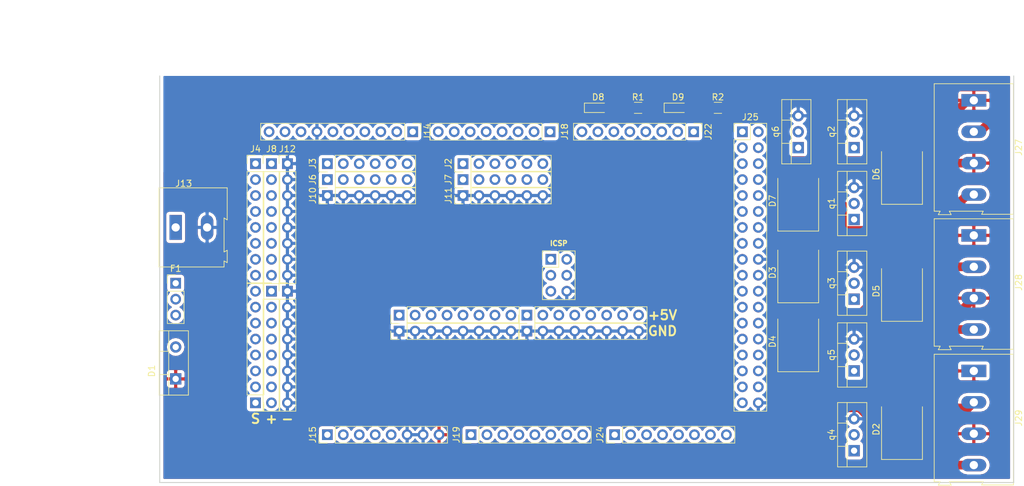
<source format=kicad_pcb>
(kicad_pcb (version 4) (host pcbnew 4.0.7)
  (layers (0 F.Cu signal) (31 B.Cu signal) (34 B.Paste user) (35 F.Paste user) (36 B.SilkS user) (37 F.SilkS user) (38 B.Mask user) (39 F.Mask user) (44 Edge.Cuts user))
  (net 0 "")
  (net 1 /Analog_1)
  (net 2 /Analog_2)
  (net 3 /Analog_3)
  (net 4 /Analog_4)
  (net 5 /Analog_5)
  (net 6 /Analog_6)
  (net 7 /Analog_7)
  (net 8 /Analog_8)
  (net 9 +5V)
  (net 10 "Net-(J8-Pad3)")
  (net 11 GND)
  (net 12 "Net-(J15-Pad1)")
  (net 13 "Net-(J22-Pad3)")
  (net 14 "Net-(J22-Pad4)")
  (net 15 "Net-(J22-Pad5)")
  (net 16 "Net-(J22-Pad6)")
  (net 17 "Net-(J22-Pad7)")
  (net 18 "Net-(J22-Pad8)")
  (net 19 /MISO)
  (net 20 /Vcc)
  (net 21 /SCK)
  (net 22 /MOSI)
  (net 23 /Reset)
  (net 24 "Net-(J25-Pad2)")
  (net 25 "Net-(J25-Pad3)")
  (net 26 "Net-(J25-Pad4)")
  (net 27 "Net-(J25-Pad5)")
  (net 28 "Net-(J25-Pad6)")
  (net 29 "Net-(J25-Pad7)")
  (net 30 "Net-(J25-Pad8)")
  (net 31 "Net-(J25-Pad9)")
  (net 32 "Net-(J25-Pad10)")
  (net 33 "Net-(J25-Pad11)")
  (net 34 "Net-(J25-Pad12)")
  (net 35 "Net-(J25-Pad13)")
  (net 36 "Net-(J25-Pad14)")
  (net 37 "Net-(J25-Pad15)")
  (net 38 "Net-(J25-Pad16)")
  (net 39 "Net-(J25-Pad17)")
  (net 40 /Ctrl_1)
  (net 41 /Ctrl_2)
  (net 42 /Ctrl_3)
  (net 43 /Ctrl_4)
  (net 44 /Ctrl_5)
  (net 45 /Ctrl_6)
  (net 46 "Net-(J25-Pad26)")
  (net 47 "Net-(J25-Pad27)")
  (net 48 "Net-(J25-Pad28)")
  (net 49 "Net-(J25-Pad29)")
  (net 50 "Net-(J25-Pad30)")
  (net 51 "Net-(J25-Pad31)")
  (net 52 "Net-(J25-Pad32)")
  (net 53 "Net-(J25-Pad33)")
  (net 54 "Net-(J25-Pad34)")
  (net 55 "Net-(J25-Pad35)")
  (net 56 +12V)
  (net 57 /Drain_5)
  (net 58 /Drain_6)
  (net 59 /Drain_3)
  (net 60 /Drain_4)
  (net 61 /Drain_1)
  (net 62 /Drain_2)
  (net 63 /Encoder_1)
  (net 64 /Encoder_2)
  (net 65 /Encoder_3)
  (net 66 /Encoder_4)
  (net 67 /Encoder_5)
  (net 68 /Encoder_6)
  (net 69 /Servo_1)
  (net 70 /Servo_2)
  (net 71 /Servo_3)
  (net 72 /Servo_4)
  (net 73 /Servo_5)
  (net 74 /Servo_6)
  (net 75 /Analog_16)
  (net 76 /Analog_15)
  (net 77 /Analog_14)
  (net 78 /Analog_13)
  (net 79 /Analog_12)
  (net 80 /Analog_11)
  (net 81 /Analog_10)
  (net 82 /Analog_9)
  (net 83 /SCL)
  (net 84 /IOREF)
  (net 85 +3V3)
  (net 86 /TX)
  (net 87 /RX)
  (net 88 /SDA)
  (net 89 /AREF)
  (net 90 "Net-(D1-Pad2)")
  (net 91 "Net-(F1-Pad1)")
  (net 92 "Net-(D8-Pad1)")
  (net 93 "Net-(D9-Pad1)")
  (module Diodes_SMD:D_SMC (layer F.Cu) (at 229.87 77.88 90)
    (fp_text reference D6 (at 0 -4.1 90) (layer F.SilkS))
    (fp_text value D_Schottky)
    (pad 1 smd rect (at -3.4 0 180) (size 3.3 2.5) (layers F.Cu F.Paste F.Mask) (net 56 +12V))
    (pad 2 smd rect (at 3.4 0 180) (size 3.3 2.5) (layers F.Cu F.Paste F.Mask) (net 57 /Drain_5))
  )
  (module Pin_Headers:Pin_Header_Straight_1x08_Pitch2.54mm (layer F.Cu) (at 170.18 102.87 90)
    (fp_text reference J21 hide)
    (fp_text value "1x8 Female")
    (pad 1 thru_hole rect (at 0 0 90) (size 1.7 1.7) (drill 1) (layers *.Cu *.Mask) (net 11 GND))
    (pad 2 thru_hole oval (at 0 2.54 90) (size 1.7 1.7) (drill 1) (layers *.Cu *.Mask) (net 11 GND))
    (pad 3 thru_hole oval (at 0 5.08 90) (size 1.7 1.7) (drill 1) (layers *.Cu *.Mask) (net 11 GND))
    (pad 4 thru_hole oval (at 0 7.62 90) (size 1.7 1.7) (drill 1) (layers *.Cu *.Mask) (net 11 GND))
    (pad 5 thru_hole oval (at 0 10.16 90) (size 1.7 1.7) (drill 1) (layers *.Cu *.Mask) (net 11 GND))
    (pad 6 thru_hole oval (at 0 12.7 90) (size 1.7 1.7) (drill 1) (layers *.Cu *.Mask) (net 11 GND))
    (pad 7 thru_hole oval (at 0 15.24 90) (size 1.7 1.7) (drill 1) (layers *.Cu *.Mask) (net 11 GND))
    (pad 8 thru_hole oval (at 0 17.78 90) (size 1.7 1.7) (drill 1) (layers *.Cu *.Mask) (net 11 GND))
  )
  (module Pin_Headers:Pin_Header_Straight_1x08_Pitch2.54mm (layer F.Cu) (at 127 114.3 180)
    (fp_text reference J1 hide)
    (fp_text value Analog_signal_male)
    (pad 1 thru_hole rect (at 0 0 180) (size 1.7 1.7) (drill 1) (layers *.Cu *.Mask) (net 1 /Analog_1))
    (pad 2 thru_hole oval (at 0 2.54 180) (size 1.7 1.7) (drill 1) (layers *.Cu *.Mask) (net 2 /Analog_2))
    (pad 3 thru_hole oval (at 0 5.08 180) (size 1.7 1.7) (drill 1) (layers *.Cu *.Mask) (net 3 /Analog_3))
    (pad 4 thru_hole oval (at 0 7.62 180) (size 1.7 1.7) (drill 1) (layers *.Cu *.Mask) (net 4 /Analog_4))
    (pad 5 thru_hole oval (at 0 10.16 180) (size 1.7 1.7) (drill 1) (layers *.Cu *.Mask) (net 5 /Analog_5))
    (pad 6 thru_hole oval (at 0 12.7 180) (size 1.7 1.7) (drill 1) (layers *.Cu *.Mask) (net 6 /Analog_6))
    (pad 7 thru_hole oval (at 0 15.24 180) (size 1.7 1.7) (drill 1) (layers *.Cu *.Mask) (net 7 /Analog_7))
    (pad 8 thru_hole oval (at 0 17.78 180) (size 1.7 1.7) (drill 1) (layers *.Cu *.Mask) (net 8 /Analog_8))
  )
  (module Pin_Headers:Pin_Header_Straight_1x06_Pitch2.54mm (layer F.Cu) (at 160.02 76.2 90)
    (fp_text reference J2 (at 0 -2.33 90) (layer F.SilkS))
    (fp_text value Encoder_signal)
    (pad 1 thru_hole rect (at 0 0 90) (size 1.7 1.7) (drill 1) (layers *.Cu *.Mask) (net 63 /Encoder_1))
    (pad 2 thru_hole oval (at 0 2.54 90) (size 1.7 1.7) (drill 1) (layers *.Cu *.Mask) (net 64 /Encoder_2))
    (pad 3 thru_hole oval (at 0 5.08 90) (size 1.7 1.7) (drill 1) (layers *.Cu *.Mask) (net 65 /Encoder_3))
    (pad 4 thru_hole oval (at 0 7.62 90) (size 1.7 1.7) (drill 1) (layers *.Cu *.Mask) (net 66 /Encoder_4))
    (pad 5 thru_hole oval (at 0 10.16 90) (size 1.7 1.7) (drill 1) (layers *.Cu *.Mask) (net 67 /Encoder_5))
    (pad 6 thru_hole oval (at 0 12.7 90) (size 1.7 1.7) (drill 1) (layers *.Cu *.Mask) (net 68 /Encoder_6))
  )
  (module Pin_Headers:Pin_Header_Straight_1x06_Pitch2.54mm (layer F.Cu) (at 138.43 76.2 90)
    (fp_text reference J3 (at 0 -2.33 90) (layer F.SilkS))
    (fp_text value Servo_signal)
    (pad 1 thru_hole rect (at 0 0 90) (size 1.7 1.7) (drill 1) (layers *.Cu *.Mask) (net 69 /Servo_1))
    (pad 2 thru_hole oval (at 0 2.54 90) (size 1.7 1.7) (drill 1) (layers *.Cu *.Mask) (net 70 /Servo_2))
    (pad 3 thru_hole oval (at 0 5.08 90) (size 1.7 1.7) (drill 1) (layers *.Cu *.Mask) (net 71 /Servo_3))
    (pad 4 thru_hole oval (at 0 7.62 90) (size 1.7 1.7) (drill 1) (layers *.Cu *.Mask) (net 72 /Servo_4))
    (pad 5 thru_hole oval (at 0 10.16 90) (size 1.7 1.7) (drill 1) (layers *.Cu *.Mask) (net 73 /Servo_5))
    (pad 6 thru_hole oval (at 0 12.7 90) (size 1.7 1.7) (drill 1) (layers *.Cu *.Mask) (net 74 /Servo_6))
  )
  (module Pin_Headers:Pin_Header_Straight_1x08_Pitch2.54mm (layer F.Cu) (at 127 76.2)
    (fp_text reference J4 (at 0 -2.33) (layer F.SilkS))
    (fp_text value Analog_signal_female)
    (pad 1 thru_hole rect (at 0 0) (size 1.7 1.7) (drill 1) (layers *.Cu *.Mask) (net 75 /Analog_16))
    (pad 2 thru_hole oval (at 0 2.54) (size 1.7 1.7) (drill 1) (layers *.Cu *.Mask) (net 76 /Analog_15))
    (pad 3 thru_hole oval (at 0 5.08) (size 1.7 1.7) (drill 1) (layers *.Cu *.Mask) (net 77 /Analog_14))
    (pad 4 thru_hole oval (at 0 7.62) (size 1.7 1.7) (drill 1) (layers *.Cu *.Mask) (net 78 /Analog_13))
    (pad 5 thru_hole oval (at 0 10.16) (size 1.7 1.7) (drill 1) (layers *.Cu *.Mask) (net 79 /Analog_12))
    (pad 6 thru_hole oval (at 0 12.7) (size 1.7 1.7) (drill 1) (layers *.Cu *.Mask) (net 80 /Analog_11))
    (pad 7 thru_hole oval (at 0 15.24) (size 1.7 1.7) (drill 1) (layers *.Cu *.Mask) (net 81 /Analog_10))
    (pad 8 thru_hole oval (at 0 17.78) (size 1.7 1.7) (drill 1) (layers *.Cu *.Mask) (net 82 /Analog_9))
  )
  (module Pin_Headers:Pin_Header_Straight_1x08_Pitch2.54mm (layer F.Cu) (at 129.54 96.52)
    (fp_text reference J5 hide)
    (fp_text value Analog_signal_power)
    (pad 1 thru_hole rect (at 0 0) (size 1.7 1.7) (drill 1) (layers *.Cu *.Mask) (net 9 +5V))
    (pad 2 thru_hole oval (at 0 2.54) (size 1.7 1.7) (drill 1) (layers *.Cu *.Mask) (net 9 +5V))
    (pad 3 thru_hole oval (at 0 5.08) (size 1.7 1.7) (drill 1) (layers *.Cu *.Mask) (net 9 +5V))
    (pad 4 thru_hole oval (at 0 7.62) (size 1.7 1.7) (drill 1) (layers *.Cu *.Mask) (net 9 +5V))
    (pad 5 thru_hole oval (at 0 10.16) (size 1.7 1.7) (drill 1) (layers *.Cu *.Mask) (net 9 +5V))
    (pad 6 thru_hole oval (at 0 12.7) (size 1.7 1.7) (drill 1) (layers *.Cu *.Mask) (net 9 +5V))
    (pad 7 thru_hole oval (at 0 15.24) (size 1.7 1.7) (drill 1) (layers *.Cu *.Mask) (net 9 +5V))
    (pad 8 thru_hole oval (at 0 17.78) (size 1.7 1.7) (drill 1) (layers *.Cu *.Mask) (net 9 +5V))
  )
  (module Pin_Headers:Pin_Header_Straight_1x06_Pitch2.54mm (layer F.Cu) (at 138.43 78.74 90)
    (fp_text reference J6 (at 0 -2.33 90) (layer F.SilkS))
    (fp_text value Servo_Power)
    (pad 1 thru_hole rect (at 0 0 90) (size 1.7 1.7) (drill 1) (layers *.Cu *.Mask) (net 9 +5V))
    (pad 2 thru_hole oval (at 0 2.54 90) (size 1.7 1.7) (drill 1) (layers *.Cu *.Mask) (net 9 +5V))
    (pad 3 thru_hole oval (at 0 5.08 90) (size 1.7 1.7) (drill 1) (layers *.Cu *.Mask) (net 9 +5V))
    (pad 4 thru_hole oval (at 0 7.62 90) (size 1.7 1.7) (drill 1) (layers *.Cu *.Mask) (net 9 +5V))
    (pad 5 thru_hole oval (at 0 10.16 90) (size 1.7 1.7) (drill 1) (layers *.Cu *.Mask) (net 9 +5V))
    (pad 6 thru_hole oval (at 0 12.7 90) (size 1.7 1.7) (drill 1) (layers *.Cu *.Mask) (net 9 +5V))
  )
  (module Pin_Headers:Pin_Header_Straight_1x06_Pitch2.54mm (layer F.Cu) (at 160.02 78.74 90)
    (fp_text reference J7 (at 0 -2.33 90) (layer F.SilkS))
    (fp_text value Encoder_Power)
    (pad 1 thru_hole rect (at 0 0 90) (size 1.7 1.7) (drill 1) (layers *.Cu *.Mask) (net 9 +5V))
    (pad 2 thru_hole oval (at 0 2.54 90) (size 1.7 1.7) (drill 1) (layers *.Cu *.Mask) (net 9 +5V))
    (pad 3 thru_hole oval (at 0 5.08 90) (size 1.7 1.7) (drill 1) (layers *.Cu *.Mask) (net 9 +5V))
    (pad 4 thru_hole oval (at 0 7.62 90) (size 1.7 1.7) (drill 1) (layers *.Cu *.Mask) (net 9 +5V))
    (pad 5 thru_hole oval (at 0 10.16 90) (size 1.7 1.7) (drill 1) (layers *.Cu *.Mask) (net 9 +5V))
    (pad 6 thru_hole oval (at 0 12.7 90) (size 1.7 1.7) (drill 1) (layers *.Cu *.Mask) (net 9 +5V))
  )
  (module Pin_Headers:Pin_Header_Straight_1x08_Pitch2.54mm (layer F.Cu) (at 129.54 76.2)
    (fp_text reference J8 (at 0 -2.33) (layer F.SilkS))
    (fp_text value Analog_Power_female)
    (pad 1 thru_hole rect (at 0 0) (size 1.7 1.7) (drill 1) (layers *.Cu *.Mask) (net 9 +5V))
    (pad 2 thru_hole oval (at 0 2.54) (size 1.7 1.7) (drill 1) (layers *.Cu *.Mask) (net 9 +5V))
    (pad 3 thru_hole oval (at 0 5.08) (size 1.7 1.7) (drill 1) (layers *.Cu *.Mask) (net 10 "Net-(J8-Pad3)"))
    (pad 4 thru_hole oval (at 0 7.62) (size 1.7 1.7) (drill 1) (layers *.Cu *.Mask) (net 9 +5V))
    (pad 5 thru_hole oval (at 0 10.16) (size 1.7 1.7) (drill 1) (layers *.Cu *.Mask) (net 9 +5V))
    (pad 6 thru_hole oval (at 0 12.7) (size 1.7 1.7) (drill 1) (layers *.Cu *.Mask) (net 9 +5V))
    (pad 7 thru_hole oval (at 0 15.24) (size 1.7 1.7) (drill 1) (layers *.Cu *.Mask) (net 9 +5V))
    (pad 8 thru_hole oval (at 0 17.78) (size 1.7 1.7) (drill 1) (layers *.Cu *.Mask) (net 9 +5V))
  )
  (module Pin_Headers:Pin_Header_Straight_1x08_Pitch2.54mm (layer F.Cu) (at 132.08 96.52)
    (fp_text reference J9 hide)
    (fp_text value Ground)
    (pad 1 thru_hole rect (at 0 0) (size 1.7 1.7) (drill 1) (layers *.Cu *.Mask) (net 11 GND))
    (pad 2 thru_hole oval (at 0 2.54) (size 1.7 1.7) (drill 1) (layers *.Cu *.Mask) (net 11 GND))
    (pad 3 thru_hole oval (at 0 5.08) (size 1.7 1.7) (drill 1) (layers *.Cu *.Mask) (net 11 GND))
    (pad 4 thru_hole oval (at 0 7.62) (size 1.7 1.7) (drill 1) (layers *.Cu *.Mask) (net 11 GND))
    (pad 5 thru_hole oval (at 0 10.16) (size 1.7 1.7) (drill 1) (layers *.Cu *.Mask) (net 11 GND))
    (pad 6 thru_hole oval (at 0 12.7) (size 1.7 1.7) (drill 1) (layers *.Cu *.Mask) (net 11 GND))
    (pad 7 thru_hole oval (at 0 15.24) (size 1.7 1.7) (drill 1) (layers *.Cu *.Mask) (net 11 GND))
    (pad 8 thru_hole oval (at 0 17.78) (size 1.7 1.7) (drill 1) (layers *.Cu *.Mask) (net 11 GND))
  )
  (module Pin_Headers:Pin_Header_Straight_1x06_Pitch2.54mm (layer F.Cu) (at 138.43 81.28 90)
    (fp_text reference J10 (at 0 -2.33 90) (layer F.SilkS))
    (fp_text value Ground)
    (pad 1 thru_hole rect (at 0 0 90) (size 1.7 1.7) (drill 1) (layers *.Cu *.Mask) (net 11 GND))
    (pad 2 thru_hole oval (at 0 2.54 90) (size 1.7 1.7) (drill 1) (layers *.Cu *.Mask) (net 11 GND))
    (pad 3 thru_hole oval (at 0 5.08 90) (size 1.7 1.7) (drill 1) (layers *.Cu *.Mask) (net 11 GND))
    (pad 4 thru_hole oval (at 0 7.62 90) (size 1.7 1.7) (drill 1) (layers *.Cu *.Mask) (net 11 GND))
    (pad 5 thru_hole oval (at 0 10.16 90) (size 1.7 1.7) (drill 1) (layers *.Cu *.Mask) (net 11 GND))
    (pad 6 thru_hole oval (at 0 12.7 90) (size 1.7 1.7) (drill 1) (layers *.Cu *.Mask) (net 11 GND))
  )
  (module Pin_Headers:Pin_Header_Straight_1x06_Pitch2.54mm (layer F.Cu) (at 160.02 81.28 90)
    (fp_text reference J11 (at 0 -2.33 90) (layer F.SilkS))
    (fp_text value Ground)
    (pad 1 thru_hole rect (at 0 0 90) (size 1.7 1.7) (drill 1) (layers *.Cu *.Mask) (net 11 GND))
    (pad 2 thru_hole oval (at 0 2.54 90) (size 1.7 1.7) (drill 1) (layers *.Cu *.Mask) (net 11 GND))
    (pad 3 thru_hole oval (at 0 5.08 90) (size 1.7 1.7) (drill 1) (layers *.Cu *.Mask) (net 11 GND))
    (pad 4 thru_hole oval (at 0 7.62 90) (size 1.7 1.7) (drill 1) (layers *.Cu *.Mask) (net 11 GND))
    (pad 5 thru_hole oval (at 0 10.16 90) (size 1.7 1.7) (drill 1) (layers *.Cu *.Mask) (net 11 GND))
    (pad 6 thru_hole oval (at 0 12.7 90) (size 1.7 1.7) (drill 1) (layers *.Cu *.Mask) (net 11 GND))
  )
  (module Pin_Headers:Pin_Header_Straight_1x08_Pitch2.54mm (layer F.Cu) (at 132.08 76.2)
    (fp_text reference J12 (at 0 -2.33) (layer F.SilkS))
    (fp_text value Ground)
    (pad 1 thru_hole rect (at 0 0) (size 1.7 1.7) (drill 1) (layers *.Cu *.Mask) (net 11 GND))
    (pad 2 thru_hole oval (at 0 2.54) (size 1.7 1.7) (drill 1) (layers *.Cu *.Mask) (net 11 GND))
    (pad 3 thru_hole oval (at 0 5.08) (size 1.7 1.7) (drill 1) (layers *.Cu *.Mask) (net 11 GND))
    (pad 4 thru_hole oval (at 0 7.62) (size 1.7 1.7) (drill 1) (layers *.Cu *.Mask) (net 11 GND))
    (pad 5 thru_hole oval (at 0 10.16) (size 1.7 1.7) (drill 1) (layers *.Cu *.Mask) (net 11 GND))
    (pad 6 thru_hole oval (at 0 12.7) (size 1.7 1.7) (drill 1) (layers *.Cu *.Mask) (net 11 GND))
    (pad 7 thru_hole oval (at 0 15.24) (size 1.7 1.7) (drill 1) (layers *.Cu *.Mask) (net 11 GND))
    (pad 8 thru_hole oval (at 0 17.78) (size 1.7 1.7) (drill 1) (layers *.Cu *.Mask) (net 11 GND))
  )
  (module Pin_Headers:Pin_Header_Straight_1x08_Pitch2.54mm (layer F.Cu) (at 138.43 119.38 90)
    (fp_text reference J15 (at 0 -2.33 90) (layer F.SilkS))
    (fp_text value "On Board Supply")
    (pad 1 thru_hole rect (at 0 0 90) (size 1.7 1.7) (drill 1) (layers *.Cu *.Mask) (net 12 "Net-(J15-Pad1)"))
    (pad 2 thru_hole oval (at 0 2.54 90) (size 1.7 1.7) (drill 1) (layers *.Cu *.Mask) (net 84 /IOREF))
    (pad 3 thru_hole oval (at 0 5.08 90) (size 1.7 1.7) (drill 1) (layers *.Cu *.Mask) (net 23 /Reset))
    (pad 4 thru_hole oval (at 0 7.62 90) (size 1.7 1.7) (drill 1) (layers *.Cu *.Mask) (net 85 +3V3))
    (pad 5 thru_hole oval (at 0 10.16 90) (size 1.7 1.7) (drill 1) (layers *.Cu *.Mask) (net 9 +5V))
    (pad 6 thru_hole oval (at 0 12.7 90) (size 1.7 1.7) (drill 1) (layers *.Cu *.Mask) (net 11 GND))
    (pad 7 thru_hole oval (at 0 15.24 90) (size 1.7 1.7) (drill 1) (layers *.Cu *.Mask) (net 11 GND))
    (pad 8 thru_hole oval (at 0 17.78 90) (size 1.7 1.7) (drill 1) (layers *.Cu *.Mask) (net 56 +12V))
  )
  (module Pin_Headers:Pin_Header_Straight_1x08_Pitch2.54mm (layer F.Cu) (at 149.86 102.87 90)
    (fp_text reference J16 hide)
    (fp_text value "1x8 Male")
    (pad 1 thru_hole rect (at 0 0 90) (size 1.7 1.7) (drill 1) (layers *.Cu *.Mask) (net 11 GND))
    (pad 2 thru_hole oval (at 0 2.54 90) (size 1.7 1.7) (drill 1) (layers *.Cu *.Mask) (net 11 GND))
    (pad 3 thru_hole oval (at 0 5.08 90) (size 1.7 1.7) (drill 1) (layers *.Cu *.Mask) (net 11 GND))
    (pad 4 thru_hole oval (at 0 7.62 90) (size 1.7 1.7) (drill 1) (layers *.Cu *.Mask) (net 11 GND))
    (pad 5 thru_hole oval (at 0 10.16 90) (size 1.7 1.7) (drill 1) (layers *.Cu *.Mask) (net 11 GND))
    (pad 6 thru_hole oval (at 0 12.7 90) (size 1.7 1.7) (drill 1) (layers *.Cu *.Mask) (net 11 GND))
    (pad 7 thru_hole oval (at 0 15.24 90) (size 1.7 1.7) (drill 1) (layers *.Cu *.Mask) (net 11 GND))
    (pad 8 thru_hole oval (at 0 17.78 90) (size 1.7 1.7) (drill 1) (layers *.Cu *.Mask) (net 11 GND))
  )
  (module Pin_Headers:Pin_Header_Straight_1x08_Pitch2.54mm (layer F.Cu) (at 149.86 100.33 90)
    (fp_text reference J17 hide)
    (fp_text value "1x8 Male")
    (pad 1 thru_hole rect (at 0 0 90) (size 1.7 1.7) (drill 1) (layers *.Cu *.Mask) (net 9 +5V))
    (pad 2 thru_hole oval (at 0 2.54 90) (size 1.7 1.7) (drill 1) (layers *.Cu *.Mask) (net 9 +5V))
    (pad 3 thru_hole oval (at 0 5.08 90) (size 1.7 1.7) (drill 1) (layers *.Cu *.Mask) (net 9 +5V))
    (pad 4 thru_hole oval (at 0 7.62 90) (size 1.7 1.7) (drill 1) (layers *.Cu *.Mask) (net 9 +5V))
    (pad 5 thru_hole oval (at 0 10.16 90) (size 1.7 1.7) (drill 1) (layers *.Cu *.Mask) (net 9 +5V))
    (pad 6 thru_hole oval (at 0 12.7 90) (size 1.7 1.7) (drill 1) (layers *.Cu *.Mask) (net 9 +5V))
    (pad 7 thru_hole oval (at 0 15.24 90) (size 1.7 1.7) (drill 1) (layers *.Cu *.Mask) (net 9 +5V))
    (pad 8 thru_hole oval (at 0 17.78 90) (size 1.7 1.7) (drill 1) (layers *.Cu *.Mask) (net 9 +5V))
  )
  (module Pin_Headers:Pin_Header_Straight_1x08_Pitch2.54mm (layer F.Cu) (at 173.863 71.12 270)
    (fp_text reference J18 (at 0 -2.33 270) (layer F.SilkS))
    (fp_text value "PWM_(6-1)")
    (pad 1 thru_hole rect (at 0 0 270) (size 1.7 1.7) (drill 1) (layers *.Cu *.Mask) (net 86 /TX))
    (pad 2 thru_hole oval (at 0 2.54 270) (size 1.7 1.7) (drill 1) (layers *.Cu *.Mask) (net 87 /RX))
    (pad 3 thru_hole oval (at 0 5.08 270) (size 1.7 1.7) (drill 1) (layers *.Cu *.Mask) (net 68 /Encoder_6))
    (pad 4 thru_hole oval (at 0 7.62 270) (size 1.7 1.7) (drill 1) (layers *.Cu *.Mask) (net 67 /Encoder_5))
    (pad 5 thru_hole oval (at 0 10.16 270) (size 1.7 1.7) (drill 1) (layers *.Cu *.Mask) (net 66 /Encoder_4))
    (pad 6 thru_hole oval (at 0 12.7 270) (size 1.7 1.7) (drill 1) (layers *.Cu *.Mask) (net 65 /Encoder_3))
    (pad 7 thru_hole oval (at 0 15.24 270) (size 1.7 1.7) (drill 1) (layers *.Cu *.Mask) (net 64 /Encoder_2))
    (pad 8 thru_hole oval (at 0 17.78 270) (size 1.7 1.7) (drill 1) (layers *.Cu *.Mask) (net 63 /Encoder_1))
  )
  (module Pin_Headers:Pin_Header_Straight_1x08_Pitch2.54mm (layer F.Cu) (at 161.29 119.38 90)
    (fp_text reference J19 (at 0 -2.33 90) (layer F.SilkS))
    (fp_text value Analog_Pin_1)
    (pad 1 thru_hole rect (at 0 0 90) (size 1.7 1.7) (drill 1) (layers *.Cu *.Mask) (net 1 /Analog_1))
    (pad 2 thru_hole oval (at 0 2.54 90) (size 1.7 1.7) (drill 1) (layers *.Cu *.Mask) (net 2 /Analog_2))
    (pad 3 thru_hole oval (at 0 5.08 90) (size 1.7 1.7) (drill 1) (layers *.Cu *.Mask) (net 3 /Analog_3))
    (pad 4 thru_hole oval (at 0 7.62 90) (size 1.7 1.7) (drill 1) (layers *.Cu *.Mask) (net 4 /Analog_4))
    (pad 5 thru_hole oval (at 0 10.16 90) (size 1.7 1.7) (drill 1) (layers *.Cu *.Mask) (net 5 /Analog_5))
    (pad 6 thru_hole oval (at 0 12.7 90) (size 1.7 1.7) (drill 1) (layers *.Cu *.Mask) (net 6 /Analog_6))
    (pad 7 thru_hole oval (at 0 15.24 90) (size 1.7 1.7) (drill 1) (layers *.Cu *.Mask) (net 7 /Analog_7))
    (pad 8 thru_hole oval (at 0 17.78 90) (size 1.7 1.7) (drill 1) (layers *.Cu *.Mask) (net 8 /Analog_8))
  )
  (module Pin_Headers:Pin_Header_Straight_1x08_Pitch2.54mm (layer F.Cu) (at 170.18 100.33 90)
    (fp_text reference J20 hide)
    (fp_text value "1x8 Female")
    (pad 1 thru_hole rect (at 0 0 90) (size 1.7 1.7) (drill 1) (layers *.Cu *.Mask) (net 9 +5V))
    (pad 2 thru_hole oval (at 0 2.54 90) (size 1.7 1.7) (drill 1) (layers *.Cu *.Mask) (net 9 +5V))
    (pad 3 thru_hole oval (at 0 5.08 90) (size 1.7 1.7) (drill 1) (layers *.Cu *.Mask) (net 9 +5V))
    (pad 4 thru_hole oval (at 0 7.62 90) (size 1.7 1.7) (drill 1) (layers *.Cu *.Mask) (net 9 +5V))
    (pad 5 thru_hole oval (at 0 10.16 90) (size 1.7 1.7) (drill 1) (layers *.Cu *.Mask) (net 9 +5V))
    (pad 6 thru_hole oval (at 0 12.7 90) (size 1.7 1.7) (drill 1) (layers *.Cu *.Mask) (net 9 +5V))
    (pad 7 thru_hole oval (at 0 15.24 90) (size 1.7 1.7) (drill 1) (layers *.Cu *.Mask) (net 9 +5V))
    (pad 8 thru_hole oval (at 0 17.78 90) (size 1.7 1.7) (drill 1) (layers *.Cu *.Mask) (net 9 +5V))
  )
  (module Pin_Headers:Pin_Header_Straight_1x08_Pitch2.54mm (layer F.Cu) (at 196.723 71.12 270)
    (fp_text reference J22 (at 0 -2.33 270) (layer F.SilkS))
    (fp_text value Serial)
    (pad 1 thru_hole rect (at 0 0 270) (size 1.7 1.7) (drill 1) (layers *.Cu *.Mask) (net 88 /SDA))
    (pad 2 thru_hole oval (at 0 2.54 270) (size 1.7 1.7) (drill 1) (layers *.Cu *.Mask) (net 83 /SCL))
    (pad 3 thru_hole oval (at 0 5.08 270) (size 1.7 1.7) (drill 1) (layers *.Cu *.Mask) (net 13 "Net-(J22-Pad3)"))
    (pad 4 thru_hole oval (at 0 7.62 270) (size 1.7 1.7) (drill 1) (layers *.Cu *.Mask) (net 14 "Net-(J22-Pad4)"))
    (pad 5 thru_hole oval (at 0 10.16 270) (size 1.7 1.7) (drill 1) (layers *.Cu *.Mask) (net 15 "Net-(J22-Pad5)"))
    (pad 6 thru_hole oval (at 0 12.7 270) (size 1.7 1.7) (drill 1) (layers *.Cu *.Mask) (net 16 "Net-(J22-Pad6)"))
    (pad 7 thru_hole oval (at 0 15.24 270) (size 1.7 1.7) (drill 1) (layers *.Cu *.Mask) (net 17 "Net-(J22-Pad7)"))
    (pad 8 thru_hole oval (at 0 17.78 270) (size 1.7 1.7) (drill 1) (layers *.Cu *.Mask) (net 18 "Net-(J22-Pad8)"))
  )
  (module Pin_Headers:Pin_Header_Straight_2x03_Pitch2.54mm (layer F.Cu) (at 173.99 91.44)
    (fp_text reference J23 hide)
    (fp_text value ICSP)
    (pad 1 thru_hole rect (at 0 0) (size 1.7 1.7) (drill 1) (layers *.Cu *.Mask) (net 19 /MISO))
    (pad 2 thru_hole oval (at 2.54 0) (size 1.7 1.7) (drill 1) (layers *.Cu *.Mask) (net 20 /Vcc))
    (pad 3 thru_hole oval (at 0 2.54) (size 1.7 1.7) (drill 1) (layers *.Cu *.Mask) (net 21 /SCK))
    (pad 4 thru_hole oval (at 2.54 2.54) (size 1.7 1.7) (drill 1) (layers *.Cu *.Mask) (net 22 /MOSI))
    (pad 5 thru_hole oval (at 0 5.08) (size 1.7 1.7) (drill 1) (layers *.Cu *.Mask) (net 23 /Reset))
    (pad 6 thru_hole oval (at 2.54 5.08) (size 1.7 1.7) (drill 1) (layers *.Cu *.Mask) (net 11 GND))
  )
  (module Pin_Headers:Pin_Header_Straight_1x08_Pitch2.54mm (layer F.Cu) (at 184.15 119.38 90)
    (fp_text reference J24 (at 0 -2.33 90) (layer F.SilkS))
    (fp_text value Analog_Pin_2)
    (pad 1 thru_hole rect (at 0 0 90) (size 1.7 1.7) (drill 1) (layers *.Cu *.Mask) (net 82 /Analog_9))
    (pad 2 thru_hole oval (at 0 2.54 90) (size 1.7 1.7) (drill 1) (layers *.Cu *.Mask) (net 81 /Analog_10))
    (pad 3 thru_hole oval (at 0 5.08 90) (size 1.7 1.7) (drill 1) (layers *.Cu *.Mask) (net 80 /Analog_11))
    (pad 4 thru_hole oval (at 0 7.62 90) (size 1.7 1.7) (drill 1) (layers *.Cu *.Mask) (net 79 /Analog_12))
    (pad 5 thru_hole oval (at 0 10.16 90) (size 1.7 1.7) (drill 1) (layers *.Cu *.Mask) (net 78 /Analog_13))
    (pad 6 thru_hole oval (at 0 12.7 90) (size 1.7 1.7) (drill 1) (layers *.Cu *.Mask) (net 77 /Analog_14))
    (pad 7 thru_hole oval (at 0 15.24 90) (size 1.7 1.7) (drill 1) (layers *.Cu *.Mask) (net 76 /Analog_15))
    (pad 8 thru_hole oval (at 0 17.78 90) (size 1.7 1.7) (drill 1) (layers *.Cu *.Mask) (net 75 /Analog_16))
  )
  (module Pin_Headers:Pin_Header_Straight_2x18_Pitch2.54mm (layer F.Cu) (at 204.47 71.12)
    (fp_text reference J25 (at 1.27 -2.33) (layer F.SilkS))
    (fp_text value Digital_Pins)
    (pad 1 thru_hole rect (at 0 0) (size 1.7 1.7) (drill 1) (layers *.Cu *.Mask) (net 9 +5V))
    (pad 2 thru_hole oval (at 2.54 0) (size 1.7 1.7) (drill 1) (layers *.Cu *.Mask) (net 24 "Net-(J25-Pad2)"))
    (pad 3 thru_hole oval (at 0 2.54) (size 1.7 1.7) (drill 1) (layers *.Cu *.Mask) (net 25 "Net-(J25-Pad3)"))
    (pad 4 thru_hole oval (at 2.54 2.54) (size 1.7 1.7) (drill 1) (layers *.Cu *.Mask) (net 26 "Net-(J25-Pad4)"))
    (pad 5 thru_hole oval (at 0 5.08) (size 1.7 1.7) (drill 1) (layers *.Cu *.Mask) (net 27 "Net-(J25-Pad5)"))
    (pad 6 thru_hole oval (at 2.54 5.08) (size 1.7 1.7) (drill 1) (layers *.Cu *.Mask) (net 28 "Net-(J25-Pad6)"))
    (pad 7 thru_hole oval (at 0 7.62) (size 1.7 1.7) (drill 1) (layers *.Cu *.Mask) (net 29 "Net-(J25-Pad7)"))
    (pad 8 thru_hole oval (at 2.54 7.62) (size 1.7 1.7) (drill 1) (layers *.Cu *.Mask) (net 30 "Net-(J25-Pad8)"))
    (pad 9 thru_hole oval (at 0 10.16) (size 1.7 1.7) (drill 1) (layers *.Cu *.Mask) (net 31 "Net-(J25-Pad9)"))
    (pad 10 thru_hole oval (at 2.54 10.16) (size 1.7 1.7) (drill 1) (layers *.Cu *.Mask) (net 32 "Net-(J25-Pad10)"))
    (pad 11 thru_hole oval (at 0 12.7) (size 1.7 1.7) (drill 1) (layers *.Cu *.Mask) (net 33 "Net-(J25-Pad11)"))
    (pad 12 thru_hole oval (at 2.54 12.7) (size 1.7 1.7) (drill 1) (layers *.Cu *.Mask) (net 34 "Net-(J25-Pad12)"))
    (pad 13 thru_hole oval (at 0 15.24) (size 1.7 1.7) (drill 1) (layers *.Cu *.Mask) (net 35 "Net-(J25-Pad13)"))
    (pad 14 thru_hole oval (at 2.54 15.24) (size 1.7 1.7) (drill 1) (layers *.Cu *.Mask) (net 36 "Net-(J25-Pad14)"))
    (pad 15 thru_hole oval (at 0 17.78) (size 1.7 1.7) (drill 1) (layers *.Cu *.Mask) (net 37 "Net-(J25-Pad15)"))
    (pad 16 thru_hole oval (at 2.54 17.78) (size 1.7 1.7) (drill 1) (layers *.Cu *.Mask) (net 38 "Net-(J25-Pad16)"))
    (pad 17 thru_hole oval (at 0 20.32) (size 1.7 1.7) (drill 1) (layers *.Cu *.Mask) (net 39 "Net-(J25-Pad17)"))
    (pad 18 thru_hole oval (at 2.54 20.32) (size 1.7 1.7) (drill 1) (layers *.Cu *.Mask) (net 11 GND))
    (pad 19 thru_hole oval (at 0 22.86) (size 1.7 1.7) (drill 1) (layers *.Cu *.Mask) (net 9 +5V))
    (pad 20 thru_hole oval (at 2.54 22.86) (size 1.7 1.7) (drill 1) (layers *.Cu *.Mask) (net 40 /Ctrl_1))
    (pad 21 thru_hole oval (at 0 25.4) (size 1.7 1.7) (drill 1) (layers *.Cu *.Mask) (net 41 /Ctrl_2))
    (pad 22 thru_hole oval (at 2.54 25.4) (size 1.7 1.7) (drill 1) (layers *.Cu *.Mask) (net 42 /Ctrl_3))
    (pad 23 thru_hole oval (at 0 27.94) (size 1.7 1.7) (drill 1) (layers *.Cu *.Mask) (net 43 /Ctrl_4))
    (pad 24 thru_hole oval (at 2.54 27.94) (size 1.7 1.7) (drill 1) (layers *.Cu *.Mask) (net 44 /Ctrl_5))
    (pad 25 thru_hole oval (at 0 30.48) (size 1.7 1.7) (drill 1) (layers *.Cu *.Mask) (net 45 /Ctrl_6))
    (pad 26 thru_hole oval (at 2.54 30.48) (size 1.7 1.7) (drill 1) (layers *.Cu *.Mask) (net 46 "Net-(J25-Pad26)"))
    (pad 27 thru_hole oval (at 0 33.02) (size 1.7 1.7) (drill 1) (layers *.Cu *.Mask) (net 47 "Net-(J25-Pad27)"))
    (pad 28 thru_hole oval (at 2.54 33.02) (size 1.7 1.7) (drill 1) (layers *.Cu *.Mask) (net 48 "Net-(J25-Pad28)"))
    (pad 29 thru_hole oval (at 0 35.56) (size 1.7 1.7) (drill 1) (layers *.Cu *.Mask) (net 49 "Net-(J25-Pad29)"))
    (pad 30 thru_hole oval (at 2.54 35.56) (size 1.7 1.7) (drill 1) (layers *.Cu *.Mask) (net 50 "Net-(J25-Pad30)"))
    (pad 31 thru_hole oval (at 0 38.1) (size 1.7 1.7) (drill 1) (layers *.Cu *.Mask) (net 51 "Net-(J25-Pad31)"))
    (pad 32 thru_hole oval (at 2.54 38.1) (size 1.7 1.7) (drill 1) (layers *.Cu *.Mask) (net 52 "Net-(J25-Pad32)"))
    (pad 33 thru_hole oval (at 0 40.64) (size 1.7 1.7) (drill 1) (layers *.Cu *.Mask) (net 53 "Net-(J25-Pad33)"))
    (pad 34 thru_hole oval (at 2.54 40.64) (size 1.7 1.7) (drill 1) (layers *.Cu *.Mask) (net 54 "Net-(J25-Pad34)"))
    (pad 35 thru_hole oval (at 0 43.18) (size 1.7 1.7) (drill 1) (layers *.Cu *.Mask) (net 55 "Net-(J25-Pad35)"))
    (pad 36 thru_hole oval (at 2.54 43.18) (size 1.7 1.7) (drill 1) (layers *.Cu *.Mask) (net 11 GND))
  )
  (module Connectors_Terminal_Blocks:TerminalBlock_Altech_AK300-4_P5.00mm (layer F.Cu) (at 241.3 66.12 270)
    (fp_text reference J27 (at 7.5 -7.15 270) (layer F.SilkS))
    (fp_text value Solenoid_terminal)
    (pad 1 thru_hole rect (at 0 0 270) (size 1.98 3.96) (drill 1.32) (layers *.Cu *.Mask) (net 56 +12V))
    (pad 2 thru_hole oval (at 5 0 270) (size 1.98 3.96) (drill 1.32) (layers *.Cu *.Mask) (net 57 /Drain_5))
    (pad 4 thru_hole oval (at 15 0 270) (size 1.98 3.96) (drill 1.32) (layers *.Cu *.Mask) (net 58 /Drain_6))
    (pad 3 thru_hole oval (at 10 0 270) (size 1.98 3.96) (drill 1.32) (layers *.Cu *.Mask) (net 56 +12V))
  )
  (module Connectors_Terminal_Blocks:TerminalBlock_Altech_AK300-4_P5.00mm (layer F.Cu) (at 241.3 87.63 270)
    (fp_text reference J28 (at 7.5 -7.15 270) (layer F.SilkS))
    (fp_text value Solendoid_middle_terminal)
    (pad 1 thru_hole rect (at 0 0 270) (size 1.98 3.96) (drill 1.32) (layers *.Cu *.Mask) (net 56 +12V))
    (pad 2 thru_hole oval (at 5 0 270) (size 1.98 3.96) (drill 1.32) (layers *.Cu *.Mask) (net 59 /Drain_3))
    (pad 4 thru_hole oval (at 15 0 270) (size 1.98 3.96) (drill 1.32) (layers *.Cu *.Mask) (net 60 /Drain_4))
    (pad 3 thru_hole oval (at 10 0 270) (size 1.98 3.96) (drill 1.32) (layers *.Cu *.Mask) (net 56 +12V))
  )
  (module Connectors_Terminal_Blocks:TerminalBlock_Altech_AK300-4_P5.00mm (layer F.Cu) (at 241.3 109.22 270)
    (fp_text reference J29 (at 7.5 -7.15 270) (layer F.SilkS))
    (fp_text value bottom_solenoid_terminal)
    (pad 1 thru_hole rect (at 0 0 270) (size 1.98 3.96) (drill 1.32) (layers *.Cu *.Mask) (net 56 +12V))
    (pad 2 thru_hole oval (at 5 0 270) (size 1.98 3.96) (drill 1.32) (layers *.Cu *.Mask) (net 61 /Drain_1))
    (pad 4 thru_hole oval (at 15 0 270) (size 1.98 3.96) (drill 1.32) (layers *.Cu *.Mask) (net 62 /Drain_2))
    (pad 3 thru_hole oval (at 10 0 270) (size 1.98 3.96) (drill 1.32) (layers *.Cu *.Mask) (net 56 +12V))
  )
  (module TO_SOT_Packages_THT:TO-220-3_Vertical (layer F.Cu) (at 222.25 85.09 90)
    (fp_text reference q1 (at 2.54 -3.62 90) (layer F.SilkS))
    (fp_text value solenoid_1)
    (pad 1 thru_hole rect (at 0 0 90) (size 1.8 1.8) (drill 1) (layers *.Cu *.Mask) (net 61 /Drain_1))
    (pad 2 thru_hole oval (at 2.54 0 90) (size 1.8 1.8) (drill 1) (layers *.Cu *.Mask) (net 40 /Ctrl_1))
    (pad 3 thru_hole oval (at 5.08 0 90) (size 1.8 1.8) (drill 1) (layers *.Cu *.Mask) (net 11 GND))
  )
  (module TO_SOT_Packages_THT:TO-220-3_Vertical (layer F.Cu) (at 222.25 73.66 90)
    (fp_text reference q2 (at 2.54 -3.62 90) (layer F.SilkS))
    (fp_text value solenoid_4)
    (pad 1 thru_hole rect (at 0 0 90) (size 1.8 1.8) (drill 1) (layers *.Cu *.Mask) (net 60 /Drain_4))
    (pad 2 thru_hole oval (at 2.54 0 90) (size 1.8 1.8) (drill 1) (layers *.Cu *.Mask) (net 43 /Ctrl_4))
    (pad 3 thru_hole oval (at 5.08 0 90) (size 1.8 1.8) (drill 1) (layers *.Cu *.Mask) (net 11 GND))
  )
  (module TO_SOT_Packages_THT:TO-220-3_Vertical (layer F.Cu) (at 222.25 97.79 90)
    (fp_text reference q3 (at 2.54 -3.62 90) (layer F.SilkS))
    (fp_text value solenoid_3)
    (pad 1 thru_hole rect (at 0 0 90) (size 1.8 1.8) (drill 1) (layers *.Cu *.Mask) (net 62 /Drain_2))
    (pad 2 thru_hole oval (at 2.54 0 90) (size 1.8 1.8) (drill 1) (layers *.Cu *.Mask) (net 41 /Ctrl_2))
    (pad 3 thru_hole oval (at 5.08 0 90) (size 1.8 1.8) (drill 1) (layers *.Cu *.Mask) (net 11 GND))
  )
  (module TO_SOT_Packages_THT:TO-220-3_Vertical (layer F.Cu) (at 222.25 121.92 90)
    (fp_text reference q4 (at 2.54 -3.62 90) (layer F.SilkS))
    (fp_text value solenoid_5)
    (pad 1 thru_hole rect (at 0 0 90) (size 1.8 1.8) (drill 1) (layers *.Cu *.Mask) (net 57 /Drain_5))
    (pad 2 thru_hole oval (at 2.54 0 90) (size 1.8 1.8) (drill 1) (layers *.Cu *.Mask) (net 44 /Ctrl_5))
    (pad 3 thru_hole oval (at 5.08 0 90) (size 1.8 1.8) (drill 1) (layers *.Cu *.Mask) (net 11 GND))
  )
  (module TO_SOT_Packages_THT:TO-220-3_Vertical (layer F.Cu) (at 222.25 109.22 90)
    (fp_text reference q5 (at 2.54 -3.62 90) (layer F.SilkS))
    (fp_text value solenoid_3)
    (pad 1 thru_hole rect (at 0 0 90) (size 1.8 1.8) (drill 1) (layers *.Cu *.Mask) (net 59 /Drain_3))
    (pad 2 thru_hole oval (at 2.54 0 90) (size 1.8 1.8) (drill 1) (layers *.Cu *.Mask) (net 42 /Ctrl_3))
    (pad 3 thru_hole oval (at 5.08 0 90) (size 1.8 1.8) (drill 1) (layers *.Cu *.Mask) (net 11 GND))
  )
  (module TO_SOT_Packages_THT:TO-220-3_Vertical (layer F.Cu) (at 213.36 73.66 90)
    (fp_text reference q6 (at 2.54 -3.62 90) (layer F.SilkS))
    (fp_text value solenoid_6)
    (pad 1 thru_hole rect (at 0 0 90) (size 1.8 1.8) (drill 1) (layers *.Cu *.Mask) (net 58 /Drain_6))
    (pad 2 thru_hole oval (at 2.54 0 90) (size 1.8 1.8) (drill 1) (layers *.Cu *.Mask) (net 45 /Ctrl_6))
    (pad 3 thru_hole oval (at 5.08 0 90) (size 1.8 1.8) (drill 1) (layers *.Cu *.Mask) (net 11 GND))
  )
  (module Pin_Headers:Pin_Header_Straight_1x10_Pitch2.54mm (layer F.Cu) (at 152.019 71.12 270)
    (fp_text reference J14 (at 0 -2.33 270) (layer F.SilkS))
    (fp_text value "PWN(10-5)")
    (pad 1 thru_hole rect (at 0 0 270) (size 1.7 1.7) (drill 1) (layers *.Cu *.Mask) (net 74 /Servo_6))
    (pad 2 thru_hole oval (at 0 2.54 270) (size 1.7 1.7) (drill 1) (layers *.Cu *.Mask) (net 73 /Servo_5))
    (pad 3 thru_hole oval (at 0 5.08 270) (size 1.7 1.7) (drill 1) (layers *.Cu *.Mask) (net 72 /Servo_4))
    (pad 4 thru_hole oval (at 0 7.62 270) (size 1.7 1.7) (drill 1) (layers *.Cu *.Mask) (net 71 /Servo_3))
    (pad 5 thru_hole oval (at 0 10.16 270) (size 1.7 1.7) (drill 1) (layers *.Cu *.Mask) (net 70 /Servo_2))
    (pad 6 thru_hole oval (at 0 12.7 270) (size 1.7 1.7) (drill 1) (layers *.Cu *.Mask) (net 69 /Servo_1))
    (pad 7 thru_hole oval (at 0 15.24 270) (size 1.7 1.7) (drill 1) (layers *.Cu *.Mask) (net 11 GND))
    (pad 8 thru_hole oval (at 0 17.78 270) (size 1.7 1.7) (drill 1) (layers *.Cu *.Mask) (net 83 /SCL))
    (pad 9 thru_hole oval (at 0 20.32 270) (size 1.7 1.7) (drill 1) (layers *.Cu *.Mask) (net 88 /SDA))
    (pad 10 thru_hole oval (at 0 22.86 270) (size 1.7 1.7) (drill 1) (layers *.Cu *.Mask) (net 89 /AREF))
  )
  (module TO_SOT_Packages_THT:TO-220-2_Vertical (layer F.Cu) (at 114.3 110.49 90)
    (fp_text reference D1 (at 1.27 -3.81 90) (layer F.SilkS))
    (fp_text value D_Schottky)
    (pad 1 thru_hole rect (at 0 0 90) (size 1.8 1.8) (drill 1) (layers *.Cu *.Mask) (net 56 +12V))
    (pad 2 thru_hole oval (at 5.08 0 90) (size 1.8 1.8) (drill 1) (layers *.Cu *.Mask) (net 90 "Net-(D1-Pad2)"))
  )
  (module Diodes_SMD:D_SMC (layer F.Cu) (at 229.87 118.52 90)
    (fp_text reference D2 (at 0 -4.1 90) (layer F.SilkS))
    (fp_text value D_Schottky)
    (pad 1 smd rect (at -3.4 0 180) (size 3.3 2.5) (layers F.Cu F.Paste F.Mask) (net 56 +12V))
    (pad 2 smd rect (at 3.4 0 180) (size 3.3 2.5) (layers F.Cu F.Paste F.Mask) (net 61 /Drain_1))
  )
  (module Diodes_SMD:D_SMC (layer F.Cu) (at 213.36 93.57 90)
    (fp_text reference D3 (at 0 -4.1 90) (layer F.SilkS))
    (fp_text value D_Schottky)
    (pad 1 smd rect (at -3.4 0 180) (size 3.3 2.5) (layers F.Cu F.Paste F.Mask) (net 56 +12V))
    (pad 2 smd rect (at 3.4 0 180) (size 3.3 2.5) (layers F.Cu F.Paste F.Mask) (net 62 /Drain_2))
  )
  (module Diodes_SMD:D_SMC (layer F.Cu) (at 213.36 104.55 90)
    (fp_text reference D4 (at 0 -4.1 90) (layer F.SilkS))
    (fp_text value D_Schottky)
    (pad 1 smd rect (at -3.4 0 180) (size 3.3 2.5) (layers F.Cu F.Paste F.Mask) (net 56 +12V))
    (pad 2 smd rect (at 3.4 0 180) (size 3.3 2.5) (layers F.Cu F.Paste F.Mask) (net 59 /Drain_3))
  )
  (module Diodes_SMD:D_SMC (layer F.Cu) (at 229.87 96.52 90)
    (fp_text reference D5 (at 0 -4.1 90) (layer F.SilkS))
    (fp_text value D_Schottky)
    (pad 1 smd rect (at -3.4 0 180) (size 3.3 2.5) (layers F.Cu F.Paste F.Mask) (net 56 +12V))
    (pad 2 smd rect (at 3.4 0 180) (size 3.3 2.5) (layers F.Cu F.Paste F.Mask) (net 60 /Drain_4))
  )
  (module Diodes_SMD:D_SMC (layer F.Cu) (at 213.36 82.14 90)
    (fp_text reference D7 (at 0 -4.1 90) (layer F.SilkS))
    (fp_text value D_Schottky)
    (pad 1 smd rect (at -3.4 0 180) (size 3.3 2.5) (layers F.Cu F.Paste F.Mask) (net 56 +12V))
    (pad 2 smd rect (at 3.4 0 180) (size 3.3 2.5) (layers F.Cu F.Paste F.Mask) (net 58 /Drain_6))
  )
  (module Pin_Headers:Pin_Header_Straight_1x03_Pitch2.54mm (layer F.Cu) (at 114.3 95.25)
    (fp_text reference F1 (at 0 -2.33) (layer F.SilkS))
    (fp_text value Fuse)
    (pad 1 thru_hole rect (at 0 0) (size 1.7 1.7) (drill 1) (layers *.Cu *.Mask) (net 91 "Net-(F1-Pad1)"))
    (pad 2 thru_hole oval (at 0 2.54) (size 1.7 1.7) (drill 1) (layers *.Cu *.Mask) (net 90 "Net-(D1-Pad2)"))
    (pad 3 thru_hole oval (at 0 5.08) (size 1.7 1.7) (drill 1) (layers *.Cu *.Mask))
  )
  (module TerminalBlock:TerminalBlock_Altech_AK300-2_P5.00mm (layer F.Cu) (at 114.3 86.36)
    (fp_text reference J13 (at 1.27 -6.99) (layer F.SilkS))
    (fp_text value 12V_terminal)
    (pad 1 thru_hole rect (at 0 0) (size 1.98 3.96) (drill 1.32) (layers *.Cu *.Mask) (net 91 "Net-(F1-Pad1)"))
    (pad 2 thru_hole oval (at 5 0) (size 1.98 3.96) (drill 1.32) (layers *.Cu *.Mask) (net 11 GND))
  )
  (module LEDs:LED_0805_HandSoldering (layer F.Cu) (at 181.53 67.31)
    (fp_text reference D8 (at 0 -1.7) (layer F.SilkS))
    (fp_text value TX)
    (pad 1 smd rect (at -1.35 0) (size 1.5 1.3) (layers F.Cu F.Paste F.Mask) (net 92 "Net-(D8-Pad1)"))
    (pad 2 smd rect (at 1.35 0) (size 1.5 1.3) (layers F.Cu F.Paste F.Mask) (net 9 +5V))
  )
  (module LEDs:LED_0805_HandSoldering (layer F.Cu) (at 194.23 67.31)
    (fp_text reference D9 (at 0 -1.7) (layer F.SilkS))
    (fp_text value RX)
    (pad 1 smd rect (at -1.35 0) (size 1.5 1.3) (layers F.Cu F.Paste F.Mask) (net 93 "Net-(D9-Pad1)"))
    (pad 2 smd rect (at 1.35 0) (size 1.5 1.3) (layers F.Cu F.Paste F.Mask) (net 9 +5V))
  )
  (module Resistors_SMD:R_0805_HandSoldering (layer F.Cu) (at 187.88 67.31)
    (fp_text reference R1 (at 0 -1.7) (layer F.SilkS))
    (fp_text value R)
    (pad 1 smd rect (at -1.35 0) (size 1.5 1.3) (layers F.Cu F.Paste F.Mask) (net 92 "Net-(D8-Pad1)"))
    (pad 2 smd rect (at 1.35 0) (size 1.5 1.3) (layers F.Cu F.Paste F.Mask) (net 86 /TX))
  )
  (module Resistors_SMD:R_0805_HandSoldering (layer F.Cu) (at 200.58 67.31)
    (fp_text reference R2 (at 0 -1.7) (layer F.SilkS))
    (fp_text value R)
    (pad 1 smd rect (at -1.35 0) (size 1.5 1.3) (layers F.Cu F.Paste F.Mask) (net 93 "Net-(D9-Pad1)"))
    (pad 2 smd rect (at 1.35 0) (size 1.5 1.3) (layers F.Cu F.Paste F.Mask) (net 87 /RX))
  )
  (gr_text ICSP (at 175.26 88.9) (layer F.SilkS) (effects (font (size 0.8 0.8) (thickness 0.2))))
  (gr_text GND (at 191.77 102.87) (layer F.SilkS) (effects (font (size 1.5 1.5) (thickness 0.3))))
  (gr_text +5V (at 191.77 100.33) (layer F.SilkS) (effects (font (size 1.5 1.5) (thickness 0.3))))
  (gr_text S (at 127 116.84) (layer F.SilkS) (effects (font (size 1.5 1.5) (thickness 0.3))))
  (gr_text - (at 132.08 116.84) (layer F.SilkS) (effects (font (size 1.5 1.5) (thickness 0.3))))
  (gr_text + (at 129.54 116.84) (layer F.SilkS) (effects (font (size 1.5 1.5) (thickness 0.3))))
  (gr_line (start 247.65 127) (end 247.65 62.23) (angle 90) (layer Edge.Cuts) (width 0.15))
  (gr_line (start 111.76 127) (end 247.65 127) (angle 90) (layer Edge.Cuts) (width 0.15))
  (gr_line (start 111.76 62.23) (end 111.76 127) (angle 90) (layer Edge.Cuts) (width 0.15))
  (segment (start 229.87 99.92) (end 239.01 99.92) (width 1.38176) (layer F.Cu) (net 56))
  (segment (start 239.01 99.92) (end 241.3 97.63) (width 1.38176) (layer F.Cu) (net 56))
  (segment (start 213.36 85.54) (end 212.96 85.54) (width 1.38176) (layer F.Cu) (net 56))
  (segment (start 212.96 85.54) (end 210.561919 83.141919) (width 1.38176) (layer F.Cu) (net 56))
  (segment (start 210.561919 83.141919) (end 210.561919 76.687697) (width 1.38176) (layer F.Cu) (net 56))
  (segment (start 210.561919 76.687697) (end 211.541535 75.708081) (width 1.38176) (layer F.Cu) (net 56))
  (segment (start 211.541535 75.708081) (end 223.898081 75.708081) (width 1.38176) (layer F.Cu) (net 56))
  (segment (start 223.898081 75.708081) (end 225.068081 76.878081) (width 1.38176) (layer F.Cu) (net 56))
  (segment (start 225.068081 76.878081) (end 237.180159 76.878081) (width 1.38176) (layer F.Cu) (net 56))
  (segment (start 237.180159 76.878081) (end 237.93824 76.12) (width 1.38176) (layer F.Cu) (net 56))
  (segment (start 237.93824 76.12) (end 241.3 76.12) (width 1.38176) (layer F.Cu) (net 56))
  (segment (start 229.87 81.28) (end 230.27 81.28) (width 1.38176) (layer F.Cu) (net 56))
  (segment (start 230.27 81.28) (end 237.93824 73.61176) (width 1.38176) (layer F.Cu) (net 56))
  (segment (start 237.93824 73.61176) (end 237.93824 68.49176) (width 1.38176) (layer F.Cu) (net 56))
  (segment (start 237.93824 68.49176) (end 240.31 66.12) (width 1.38176) (layer F.Cu) (net 56))
  (segment (start 240.31 66.12) (end 241.3 66.12) (width 1.38176) (layer F.Cu) (net 56))
  (segment (start 229.87 74.48) (end 229.87 71.84824) (width 1.38176) (layer F.Cu) (net 57))
  (segment (start 229.87 71.84824) (end 237.736321 63.981919) (width 1.38176) (layer F.Cu) (net 57))
  (segment (start 244.198465 63.981919) (end 244.66176 64.445214) (width 1.38176) (layer F.Cu) (net 57))
  (segment (start 237.736321 63.981919) (end 244.198465 63.981919) (width 1.38176) (layer F.Cu) (net 57))
  (segment (start 244.66176 64.445214) (end 244.66176 68.74824) (width 1.38176) (layer F.Cu) (net 57))
  (segment (start 244.66176 68.74824) (end 242.29 71.12) (width 1.38176) (layer F.Cu) (net 57))
  (segment (start 242.29 71.12) (end 241.3 71.12) (width 1.38176) (layer F.Cu) (net 57))
  (segment (start 213.36 78.74) (end 216.39176 78.74) (width 1.38176) (layer F.Cu) (net 58))
  (segment (start 220.675375 86.833281) (end 234.596719 86.833281) (width 1.38176) (layer F.Cu) (net 58))
  (segment (start 216.39176 78.74) (end 220.506719 82.854959) (width 1.38176) (layer F.Cu) (net 58))
  (segment (start 220.506719 82.854959) (end 220.506719 86.664625) (width 1.38176) (layer F.Cu) (net 58))
  (segment (start 220.506719 86.664625) (end 220.675375 86.833281) (width 1.38176) (layer F.Cu) (net 58))
  (segment (start 234.596719 86.833281) (end 240.31 81.12) (width 1.38176) (layer F.Cu) (net 58))
  (segment (start 240.31 81.12) (end 241.3 81.12) (width 1.38176) (layer F.Cu) (net 58))
  (segment (start 213.36 101.15) (end 222.207906 101.15) (width 1.38176) (layer F.Cu) (net 59))
  (segment (start 222.207906 101.15) (end 225.304071 98.053835) (width 1.38176) (layer F.Cu) (net 59))
  (segment (start 225.304071 98.053835) (end 225.304071 93.268023) (width 1.38176) (layer F.Cu) (net 59))
  (segment (start 225.304071 93.268023) (end 228.804013 89.768081) (width 1.38176) (layer F.Cu) (net 59))
  (segment (start 228.804013 89.768081) (end 235.076321 89.768081) (width 1.38176) (layer F.Cu) (net 59))
  (segment (start 235.076321 89.768081) (end 237.93824 92.63) (width 1.38176) (layer F.Cu) (net 59))
  (segment (start 237.93824 92.63) (end 241.3 92.63) (width 1.38176) (layer F.Cu) (net 59))
  (segment (start 229.87 93.12) (end 229.47 93.12) (width 1.38176) (layer F.Cu) (net 60))
  (segment (start 229.47 93.12) (end 226.83824 95.75176) (width 1.38176) (layer F.Cu) (net 60))
  (segment (start 226.83824 95.75176) (end 226.83824 101.854786) (width 1.38176) (layer F.Cu) (net 60))
  (segment (start 227.613454 102.63) (end 237.93824 102.63) (width 1.38176) (layer F.Cu) (net 60))
  (segment (start 226.83824 101.854786) (end 227.613454 102.63) (width 1.38176) (layer F.Cu) (net 60))
  (segment (start 237.93824 102.63) (end 241.3 102.63) (width 1.38176) (layer F.Cu) (net 60))
  (segment (start 229.87 115.12) (end 240.4 115.12) (width 1.38176) (layer F.Cu) (net 61))
  (segment (start 240.4 115.12) (end 241.3 114.22) (width 1.38176) (layer F.Cu) (net 61))
  (segment (start 213.36 90.17) (end 212.96 90.17) (width 1.38176) (layer F.Cu) (net 62))
  (segment (start 210.765119 109.955905) (end 215.905933 115.096719) (width 1.38176) (layer F.Cu) (net 62))
  (segment (start 215.905933 115.096719) (end 223.086776 115.096719) (width 1.38176) (layer F.Cu) (net 62))
  (segment (start 212.96 90.17) (end 210.765119 92.364881) (width 1.38176) (layer F.Cu) (net 62))
  (segment (start 227.275119 119.285062) (end 227.275119 123.925905) (width 1.38176) (layer F.Cu) (net 62))
  (segment (start 227.275119 123.925905) (end 227.569214 124.22) (width 1.38176) (layer F.Cu) (net 62))
  (segment (start 227.569214 124.22) (end 237.93824 124.22) (width 1.38176) (layer F.Cu) (net 62))
  (segment (start 210.765119 92.364881) (end 210.765119 109.955905) (width 1.38176) (layer F.Cu) (net 62))
  (segment (start 223.086776 115.096719) (end 227.275119 119.285062) (width 1.38176) (layer F.Cu) (net 62))
  (segment (start 237.93824 124.22) (end 241.3 124.22) (width 1.38176) (layer F.Cu) (net 62))
  (zone (net 11) (net_name GND) (layer B.Cu) (connect_pads (clearance 0.508)) (min_thickness 0.254) (fill yes (arc_segments 16) (thermal_gap 0.508) (thermal_bridge_width 0.508))
    (polygon (pts (xy 111.76 127) (xy 247.65 127) (xy 247.65 62.23) (xy 111.76 62.23)))
  )
  (zone (net 56) (net_name +12V) (layer F.Cu) (connect_pads (clearance 0.508)) (min_thickness 0.254) (fill yes (arc_segments 16) (thermal_gap 0.508) (thermal_bridge_width 0.508))
    (polygon (pts (xy 111.76 127) (xy 247.65 127) (xy 247.65 62.23) (xy 233.68 62.23) (xy 233.68 116.84) (xy 123.19 116.84) (xy 123.19 77.47) (xy 111.76 77.47)))
  )
)
</source>
